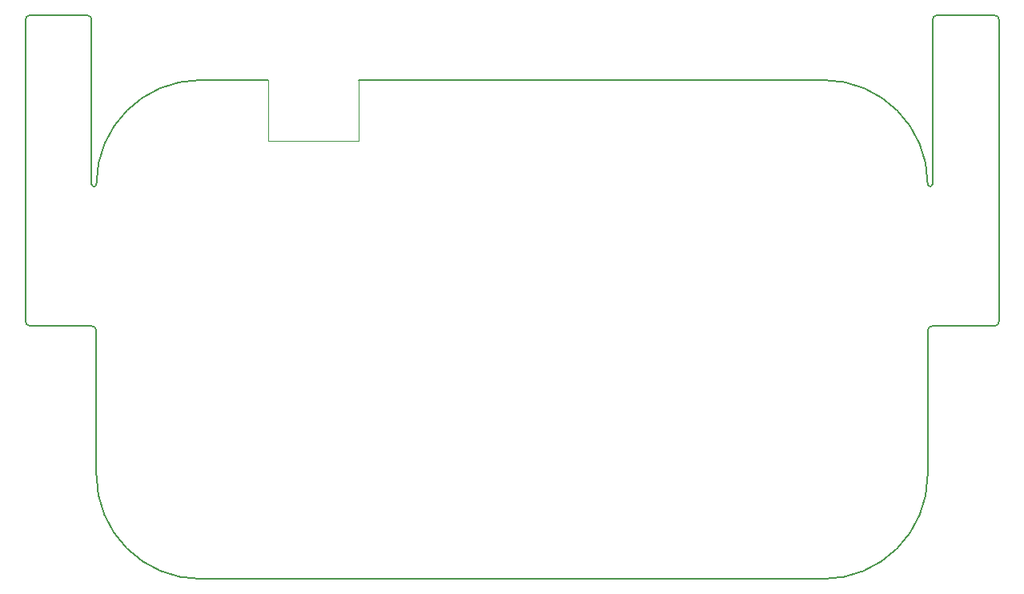
<source format=gbr>
%TF.GenerationSoftware,KiCad,Pcbnew,7.0.2*%
%TF.CreationDate,2024-08-07T09:48:01-07:00*%
%TF.ProjectId,MK-KS-MkV,4d4b2d4b-532d-44d6-9b56-2e6b69636164,1.0*%
%TF.SameCoordinates,PX3a67068PY5e08f30*%
%TF.FileFunction,Profile,NP*%
%FSLAX46Y46*%
G04 Gerber Fmt 4.6, Leading zero omitted, Abs format (unit mm)*
G04 Created by KiCad (PCBNEW 7.0.2) date 2024-08-07 09:48:01*
%MOMM*%
%LPD*%
G01*
G04 APERTURE LIST*
%TA.AperFunction,Profile*%
%ADD10C,0.100000*%
%TD*%
%TA.AperFunction,Profile*%
%ADD11C,0.200000*%
%TD*%
G04 APERTURE END LIST*
D10*
X21147260Y-8800000D02*
X21147260Y-2386428D01*
D11*
X2511039Y-13391428D02*
G75*
G03*
X3011039Y-13391428I250000J0D01*
G01*
X-4002000Y-28391428D02*
X2511039Y-28391428D01*
X98478000Y-27891428D02*
X98478000Y3978000D01*
X14016039Y-2386429D02*
G75*
G03*
X3011039Y-13391428I1J-11005001D01*
G01*
X91921039Y4478061D02*
G75*
G03*
X91421039Y3978000I61J-500061D01*
G01*
X3010972Y-28891428D02*
G75*
G03*
X2511039Y-28391428I-499972J28D01*
G01*
X90924930Y-13391430D02*
G75*
G03*
X79916039Y-2382470I-11008930J30D01*
G01*
X2511039Y-13391428D02*
X2511039Y3978000D01*
X79916039Y-55146429D02*
G75*
G03*
X90921039Y-44141428I1J11004999D01*
G01*
X2511000Y3978000D02*
G75*
G03*
X2011039Y4478000I-500000J0D01*
G01*
X79916039Y-2386428D02*
X30717490Y-2386428D01*
X90924922Y-13391430D02*
G75*
G03*
X91417078Y-13391428I246078J30D01*
G01*
X-4502000Y3978000D02*
X-4502000Y-27891428D01*
X97978000Y4478000D02*
X91921039Y4478000D01*
X14016039Y-55146428D02*
X79916039Y-55146428D01*
X97978000Y-28391400D02*
G75*
G03*
X98478000Y-27891428I0J500000D01*
G01*
X3011042Y-44141428D02*
G75*
G03*
X14016039Y-55146428I11004998J-2D01*
G01*
X91421039Y3978000D02*
X91417078Y-13391428D01*
X2011039Y4478000D02*
X-4002000Y4478000D01*
X91421039Y-28391439D02*
G75*
G03*
X90921039Y-28891428I-39J-499961D01*
G01*
X90921039Y-44141428D02*
X90921039Y-28891428D01*
X3011039Y-28891428D02*
X3011039Y-44141428D01*
X-4502028Y-27891428D02*
G75*
G03*
X-4002000Y-28391428I500028J28D01*
G01*
X-4002000Y4478000D02*
G75*
G03*
X-4502000Y3978000I0J-500000D01*
G01*
X14016039Y-2386428D02*
X21147260Y-2386428D01*
D10*
X30717490Y-2386428D02*
X30717490Y-8800000D01*
D11*
X98478000Y3978000D02*
G75*
G03*
X97978000Y4478000I-500000J0D01*
G01*
X91421039Y-28391428D02*
X97978000Y-28391428D01*
D10*
X30717490Y-8800000D02*
X21147260Y-8800000D01*
M02*

</source>
